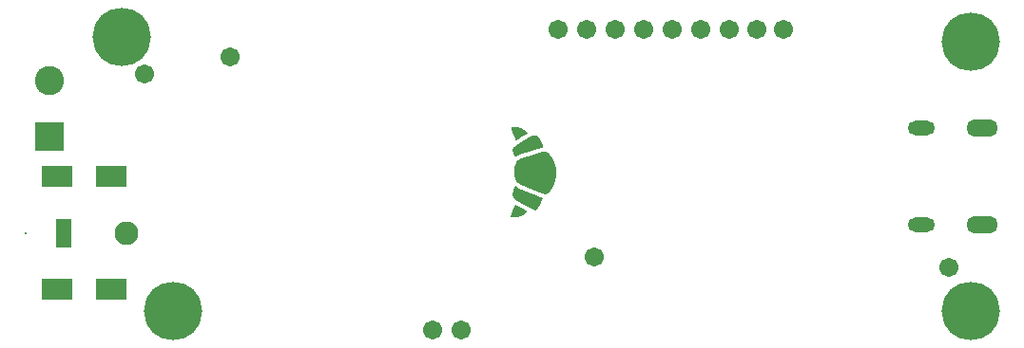
<source format=gbs>
G04*
G04 #@! TF.GenerationSoftware,Altium Limited,Altium Designer,20.1.14 (287)*
G04*
G04 Layer_Color=16711935*
%FSLAX25Y25*%
%MOIN*%
G70*
G04*
G04 #@! TF.SameCoordinates,5CC0788B-ACE4-4DC4-998A-98AA571F8A3E*
G04*
G04*
G04 #@! TF.FilePolarity,Negative*
G04*
G01*
G75*
%ADD73C,0.06706*%
%ADD74C,0.20485*%
%ADD75C,0.10249*%
%ADD76R,0.10249X0.10249*%
%ADD77C,0.08280*%
%ADD78R,0.10642X0.07493*%
%ADD79C,0.00800*%
%ADD80R,0.05524X0.10249*%
%ADD81O,0.09461X0.05131*%
%ADD82O,0.11036X0.05918*%
G36*
X182881Y76306D02*
X183495D01*
Y76238D01*
X183836D01*
Y76170D01*
X184109D01*
Y76102D01*
X184382D01*
Y76034D01*
X184587D01*
Y75965D01*
X184792D01*
Y75897D01*
X184929D01*
Y75829D01*
X185133D01*
Y75761D01*
X185270D01*
Y75692D01*
X185406D01*
Y75624D01*
X185543D01*
Y75556D01*
X185611D01*
Y75488D01*
X185748D01*
Y75419D01*
X185884D01*
Y75351D01*
X185952D01*
Y75283D01*
X186089D01*
Y75214D01*
X186157D01*
Y75146D01*
X186294D01*
Y75078D01*
X186362D01*
Y75010D01*
X186430D01*
Y74941D01*
X186498D01*
Y74873D01*
X186635D01*
Y74805D01*
X186703D01*
Y74737D01*
X186771D01*
Y74668D01*
X186840D01*
Y74600D01*
X186908D01*
Y74532D01*
X186976D01*
Y74464D01*
X187045D01*
Y74395D01*
X187113D01*
Y74327D01*
X187181D01*
Y74191D01*
X187249D01*
Y74122D01*
X187318D01*
Y74054D01*
X187181D01*
Y73986D01*
X187045D01*
Y73918D01*
X186908D01*
Y73849D01*
X186771D01*
Y73781D01*
X186635D01*
Y73713D01*
X186567D01*
Y73645D01*
X186430D01*
Y73576D01*
X186362D01*
Y73508D01*
X186225D01*
Y73440D01*
X186089D01*
Y73371D01*
X186021D01*
Y73303D01*
X185884D01*
Y73235D01*
X185748D01*
Y73167D01*
X185679D01*
Y73098D01*
X185543D01*
Y73030D01*
X185406D01*
Y72962D01*
X185338D01*
Y72894D01*
X185202D01*
Y72825D01*
X185065D01*
Y72757D01*
X184997D01*
Y72689D01*
X184860D01*
Y72621D01*
X184792D01*
Y72552D01*
X184655D01*
Y72484D01*
X184519D01*
Y72416D01*
X184451D01*
Y72348D01*
X184314D01*
Y72279D01*
X184246D01*
Y72211D01*
X184109D01*
Y72143D01*
X183973D01*
Y72075D01*
X183905D01*
Y72006D01*
X183768D01*
Y71938D01*
X183700D01*
Y71870D01*
X183563D01*
Y71802D01*
X183495D01*
Y71733D01*
X183359D01*
Y71665D01*
X183290D01*
Y71597D01*
X183154D01*
Y71665D01*
X183086D01*
Y71870D01*
X183017D01*
Y72006D01*
X182949D01*
Y72211D01*
X182881D01*
Y72348D01*
X182813D01*
Y72484D01*
X182744D01*
Y72689D01*
X182676D01*
Y72825D01*
X182608D01*
Y73030D01*
X182539D01*
Y73167D01*
X182471D01*
Y73371D01*
X182403D01*
Y73508D01*
X182335D01*
Y73645D01*
X182266D01*
Y73849D01*
X182198D01*
Y73986D01*
X182130D01*
Y74122D01*
X182062D01*
Y74327D01*
X181993D01*
Y74464D01*
X181925D01*
Y74668D01*
X181857D01*
Y74805D01*
X181789D01*
Y75010D01*
X181720D01*
Y75146D01*
X181652D01*
Y75351D01*
X181584D01*
Y75556D01*
X181516D01*
Y75761D01*
X181447D01*
Y76238D01*
X181652D01*
Y76306D01*
X182198D01*
Y76375D01*
X182881D01*
Y76306D01*
D02*
G37*
G36*
X190321Y73303D02*
X190457D01*
Y73235D01*
X190594D01*
Y73167D01*
X190730D01*
Y73098D01*
X190798D01*
Y73030D01*
X190867D01*
Y72962D01*
X190935D01*
Y72894D01*
X191003D01*
Y72825D01*
X191072D01*
Y72757D01*
X191140D01*
Y72689D01*
X191208D01*
Y72552D01*
X191276D01*
Y72484D01*
X191345D01*
Y72416D01*
X191413D01*
Y72279D01*
X191481D01*
Y72143D01*
X191549D01*
Y72075D01*
X191618D01*
Y71938D01*
X191686D01*
Y71802D01*
X191754D01*
Y71665D01*
X191822D01*
Y71529D01*
X191891D01*
Y71460D01*
X191959D01*
Y71256D01*
X192027D01*
Y71119D01*
X192095D01*
Y70982D01*
X192164D01*
Y70846D01*
X192232D01*
Y70710D01*
X192300D01*
Y70505D01*
X192368D01*
Y70368D01*
X192437D01*
Y70164D01*
X192505D01*
Y70027D01*
X192573D01*
Y69822D01*
X192641D01*
Y69686D01*
X192710D01*
Y69481D01*
X192778D01*
Y69276D01*
X192846D01*
Y69208D01*
X192641D01*
Y69140D01*
X192368D01*
Y69071D01*
X192095D01*
Y69003D01*
X191891D01*
Y68935D01*
X191686D01*
Y68867D01*
X191481D01*
Y68798D01*
X191276D01*
Y68730D01*
X191072D01*
Y68662D01*
X190867D01*
Y68594D01*
X190594D01*
Y68525D01*
X190389D01*
Y68457D01*
X190184D01*
Y68389D01*
X189980D01*
Y68321D01*
X189775D01*
Y68252D01*
X189502D01*
Y68184D01*
X189365D01*
Y68116D01*
X189092D01*
Y68047D01*
X188887D01*
Y67979D01*
X188683D01*
Y67911D01*
X188410D01*
Y67843D01*
X188273D01*
Y67774D01*
X188000D01*
Y67706D01*
X187795D01*
Y67638D01*
X187591D01*
Y67570D01*
X187318D01*
Y67501D01*
X187181D01*
Y67433D01*
X186908D01*
Y67365D01*
X186771D01*
Y67297D01*
X186498D01*
Y67228D01*
X186294D01*
Y67160D01*
X186089D01*
Y67092D01*
X185816D01*
Y67024D01*
X185679D01*
Y66955D01*
X185406D01*
Y66887D01*
X185202D01*
Y66819D01*
X184997D01*
Y66751D01*
X184792D01*
Y66682D01*
X184587D01*
Y66614D01*
X184382D01*
Y66546D01*
X184246D01*
Y66478D01*
X184109D01*
Y66409D01*
X183973D01*
Y66341D01*
X183836D01*
Y66273D01*
X183700D01*
Y66205D01*
X183563D01*
Y66136D01*
X183427D01*
Y66068D01*
X183359D01*
Y66000D01*
X183290D01*
Y65932D01*
X183154D01*
Y65863D01*
X183086D01*
Y65795D01*
X183017D01*
Y65727D01*
X182949D01*
Y65659D01*
X182881D01*
Y65795D01*
X182813D01*
Y65932D01*
X182744D01*
Y66136D01*
X182676D01*
Y66273D01*
X182608D01*
Y66409D01*
X182539D01*
Y66614D01*
X182471D01*
Y66751D01*
X182403D01*
Y66955D01*
X182335D01*
Y67092D01*
X182266D01*
Y67297D01*
X182198D01*
Y67501D01*
X182130D01*
Y67774D01*
X182062D01*
Y68662D01*
X182130D01*
Y68798D01*
X182198D01*
Y68935D01*
X182266D01*
Y69003D01*
X182335D01*
Y69071D01*
X182403D01*
Y69208D01*
X182471D01*
Y69276D01*
X182539D01*
Y69344D01*
X182608D01*
Y69413D01*
X182676D01*
Y69481D01*
X182813D01*
Y69549D01*
X182881D01*
Y69617D01*
X182949D01*
Y69686D01*
X183017D01*
Y69754D01*
X183154D01*
Y69822D01*
X183222D01*
Y69890D01*
X183290D01*
Y69959D01*
X183427D01*
Y70027D01*
X183495D01*
Y70095D01*
X183632D01*
Y70164D01*
X183700D01*
Y70232D01*
X183836D01*
Y70300D01*
X183905D01*
Y70368D01*
X184041D01*
Y70437D01*
X184109D01*
Y70505D01*
X184246D01*
Y70573D01*
X184314D01*
Y70641D01*
X184451D01*
Y70710D01*
X184519D01*
Y70778D01*
X184655D01*
Y70846D01*
X184724D01*
Y70914D01*
X184860D01*
Y70982D01*
X184997D01*
Y71051D01*
X185065D01*
Y71119D01*
X185202D01*
Y71187D01*
X185270D01*
Y71256D01*
X185406D01*
Y71324D01*
X185543D01*
Y71392D01*
X185611D01*
Y71460D01*
X185748D01*
Y71529D01*
X185884D01*
Y71597D01*
X185952D01*
Y71665D01*
X186089D01*
Y71733D01*
X186157D01*
Y71802D01*
X186294D01*
Y71870D01*
X186430D01*
Y71938D01*
X186498D01*
Y72006D01*
X186635D01*
Y72075D01*
X186771D01*
Y72143D01*
X186840D01*
Y72211D01*
X186976D01*
Y72279D01*
X187113D01*
Y72348D01*
X187181D01*
Y72416D01*
X187318D01*
Y72484D01*
X187386D01*
Y72552D01*
X187522D01*
Y72621D01*
X187659D01*
Y72689D01*
X187795D01*
Y72757D01*
X187932D01*
Y72825D01*
X188068D01*
Y72894D01*
X188273D01*
Y72962D01*
X188410D01*
Y73030D01*
X188546D01*
Y73098D01*
X188751D01*
Y73167D01*
X188956D01*
Y73235D01*
X189092D01*
Y73303D01*
X189365D01*
Y73371D01*
X190321D01*
Y73303D01*
D02*
G37*
G36*
X193461Y67706D02*
X193734D01*
Y67638D01*
X193870D01*
Y67570D01*
X194007D01*
Y67501D01*
X194075D01*
Y67433D01*
X194211D01*
Y67365D01*
X194280D01*
Y67297D01*
X194348D01*
Y67228D01*
X194484D01*
Y67160D01*
X194553D01*
Y67092D01*
X194621D01*
Y67024D01*
X194689D01*
Y66955D01*
X194757D01*
Y66887D01*
X194826D01*
Y66751D01*
X194894D01*
Y66682D01*
X194962D01*
Y66614D01*
X195030D01*
Y66546D01*
X195099D01*
Y66478D01*
X195167D01*
Y66341D01*
X195235D01*
Y66273D01*
X195303D01*
Y66205D01*
X195372D01*
Y66068D01*
X195440D01*
Y66000D01*
X195508D01*
Y65863D01*
X195577D01*
Y65795D01*
X195645D01*
Y65659D01*
X195713D01*
Y65590D01*
X195781D01*
Y65454D01*
X195850D01*
Y65317D01*
X195918D01*
Y65249D01*
X195986D01*
Y65113D01*
X196054D01*
Y64976D01*
X196123D01*
Y64840D01*
X196191D01*
Y64703D01*
X196259D01*
Y64566D01*
X196327D01*
Y64430D01*
X196396D01*
Y64293D01*
X196464D01*
Y64089D01*
X196532D01*
Y63952D01*
X196600D01*
Y63816D01*
X196669D01*
Y63611D01*
X196737D01*
Y63406D01*
X196805D01*
Y63201D01*
X196873D01*
Y62997D01*
X196942D01*
Y62792D01*
X197010D01*
Y62450D01*
X197078D01*
Y62246D01*
X197146D01*
Y61836D01*
X197215D01*
Y61563D01*
X197283D01*
Y60744D01*
X197351D01*
Y59789D01*
X197283D01*
Y58969D01*
X197215D01*
Y58628D01*
X197146D01*
Y58219D01*
X197078D01*
Y58014D01*
X197010D01*
Y57673D01*
X196942D01*
Y57468D01*
X196873D01*
Y57195D01*
X196805D01*
Y56990D01*
X196737D01*
Y56785D01*
X196669D01*
Y56581D01*
X196600D01*
Y56444D01*
X196532D01*
Y56239D01*
X196464D01*
Y56034D01*
X196396D01*
Y55898D01*
X196327D01*
Y55761D01*
X196259D01*
Y55625D01*
X196191D01*
Y55488D01*
X196123D01*
Y55352D01*
X196054D01*
Y55215D01*
X195986D01*
Y55079D01*
X195918D01*
Y54942D01*
X195850D01*
Y54806D01*
X195781D01*
Y54738D01*
X195713D01*
Y54601D01*
X195645D01*
Y54465D01*
X195577D01*
Y54396D01*
X195508D01*
Y54260D01*
X195440D01*
Y54191D01*
X195372D01*
Y54055D01*
X195303D01*
Y53987D01*
X195235D01*
Y53918D01*
X195167D01*
Y53782D01*
X195099D01*
Y53714D01*
X195030D01*
Y53645D01*
X194962D01*
Y53577D01*
X194894D01*
Y53509D01*
X194826D01*
Y53441D01*
X194757D01*
Y53372D01*
X194689D01*
Y53304D01*
X194621D01*
Y53236D01*
X194553D01*
Y53168D01*
X194484D01*
Y53099D01*
X194348D01*
Y53031D01*
X194280D01*
Y52963D01*
X194143D01*
Y52895D01*
X194007D01*
Y52826D01*
X193802D01*
Y52758D01*
X192983D01*
Y52826D01*
X192778D01*
Y52895D01*
X192505D01*
Y52963D01*
X192300D01*
Y53031D01*
X192164D01*
Y53099D01*
X191959D01*
Y53168D01*
X191822D01*
Y53236D01*
X191618D01*
Y53304D01*
X191481D01*
Y53372D01*
X191276D01*
Y53441D01*
X191072D01*
Y53509D01*
X190935D01*
Y53577D01*
X190730D01*
Y53645D01*
X190594D01*
Y53714D01*
X190457D01*
Y53782D01*
X190252D01*
Y53850D01*
X190116D01*
Y53918D01*
X189911D01*
Y53987D01*
X189775D01*
Y54055D01*
X189570D01*
Y54123D01*
X189433D01*
Y54191D01*
X189229D01*
Y54260D01*
X189092D01*
Y54328D01*
X188887D01*
Y54396D01*
X188751D01*
Y54465D01*
X188614D01*
Y54533D01*
X188410D01*
Y54601D01*
X188205D01*
Y54669D01*
X188068D01*
Y54738D01*
X187864D01*
Y54806D01*
X187727D01*
Y54874D01*
X187522D01*
Y54942D01*
X187386D01*
Y55011D01*
X187181D01*
Y55079D01*
X187045D01*
Y55147D01*
X186840D01*
Y55215D01*
X186703D01*
Y55284D01*
X186567D01*
Y55352D01*
X186362D01*
Y55420D01*
X186157D01*
Y55488D01*
X186021D01*
Y55557D01*
X185816D01*
Y55625D01*
X185679D01*
Y55693D01*
X185543D01*
Y55761D01*
X185406D01*
Y55830D01*
X185202D01*
Y55898D01*
X185065D01*
Y55966D01*
X184929D01*
Y56034D01*
X184792D01*
Y56103D01*
X184655D01*
Y56171D01*
X184587D01*
Y56239D01*
X184451D01*
Y56307D01*
X184314D01*
Y56376D01*
X184246D01*
Y56444D01*
X184109D01*
Y56512D01*
X184041D01*
Y56581D01*
X183973D01*
Y56649D01*
X183905D01*
Y56717D01*
X183836D01*
Y56785D01*
X183768D01*
Y56853D01*
X183700D01*
Y56922D01*
X183632D01*
Y56990D01*
X183563D01*
Y57058D01*
X183495D01*
Y57126D01*
X183427D01*
Y57195D01*
X183359D01*
Y57331D01*
X183290D01*
Y57468D01*
X183222D01*
Y57536D01*
X183154D01*
Y57673D01*
X183086D01*
Y57809D01*
X183017D01*
Y57946D01*
X182949D01*
Y58150D01*
X182881D01*
Y58355D01*
X182813D01*
Y58492D01*
X182744D01*
Y58765D01*
X182676D01*
Y59038D01*
X182608D01*
Y59447D01*
X182539D01*
Y60335D01*
X182471D01*
Y60539D01*
X182539D01*
Y61495D01*
X182608D01*
Y61973D01*
X182676D01*
Y62177D01*
X182744D01*
Y62519D01*
X182813D01*
Y62723D01*
X182881D01*
Y62928D01*
X182949D01*
Y63133D01*
X183017D01*
Y63338D01*
X183086D01*
Y63474D01*
X183154D01*
Y63611D01*
X183222D01*
Y63747D01*
X183290D01*
Y63884D01*
X183359D01*
Y64020D01*
X183427D01*
Y64157D01*
X183495D01*
Y64225D01*
X183563D01*
Y64293D01*
X183632D01*
Y64430D01*
X183700D01*
Y64498D01*
X183768D01*
Y64566D01*
X183836D01*
Y64635D01*
X183905D01*
Y64703D01*
X184041D01*
Y64771D01*
X184109D01*
Y64840D01*
X184178D01*
Y64908D01*
X184314D01*
Y64976D01*
X184451D01*
Y65044D01*
X184587D01*
Y65113D01*
X184724D01*
Y65181D01*
X184860D01*
Y65249D01*
X185065D01*
Y65317D01*
X185202D01*
Y65386D01*
X185406D01*
Y65454D01*
X185679D01*
Y65522D01*
X185884D01*
Y65590D01*
X186089D01*
Y65659D01*
X186294D01*
Y65727D01*
X186498D01*
Y65795D01*
X186703D01*
Y65863D01*
X186976D01*
Y65932D01*
X187181D01*
Y66000D01*
X187386D01*
Y66068D01*
X187659D01*
Y66136D01*
X187864D01*
Y66205D01*
X188068D01*
Y66273D01*
X188273D01*
Y66341D01*
X188478D01*
Y66409D01*
X188683D01*
Y66478D01*
X188956D01*
Y66546D01*
X189160D01*
Y66614D01*
X189365D01*
Y66682D01*
X189570D01*
Y66751D01*
X189775D01*
Y66819D01*
X189980D01*
Y66887D01*
X190252D01*
Y66955D01*
X190457D01*
Y67024D01*
X190662D01*
Y67092D01*
X190867D01*
Y67160D01*
X191072D01*
Y67228D01*
X191276D01*
Y67297D01*
X191549D01*
Y67365D01*
X191754D01*
Y67433D01*
X191959D01*
Y67501D01*
X192164D01*
Y67570D01*
X192300D01*
Y67638D01*
X192573D01*
Y67706D01*
X192846D01*
Y67774D01*
X193461D01*
Y67706D01*
D02*
G37*
G36*
X182949Y55557D02*
X183017D01*
Y55488D01*
X183154D01*
Y55420D01*
X183222D01*
Y55352D01*
X183290D01*
Y55284D01*
X183359D01*
Y55215D01*
X183495D01*
Y55147D01*
X183563D01*
Y55079D01*
X183700D01*
Y55011D01*
X183768D01*
Y54942D01*
X183905D01*
Y54874D01*
X184041D01*
Y54806D01*
X184178D01*
Y54738D01*
X184314D01*
Y54669D01*
X184451D01*
Y54601D01*
X184587D01*
Y54533D01*
X184724D01*
Y54465D01*
X184860D01*
Y54396D01*
X185065D01*
Y54328D01*
X185202D01*
Y54260D01*
X185338D01*
Y54191D01*
X185543D01*
Y54123D01*
X185679D01*
Y54055D01*
X185884D01*
Y53987D01*
X186021D01*
Y53918D01*
X186225D01*
Y53850D01*
X186362D01*
Y53782D01*
X186567D01*
Y53714D01*
X186703D01*
Y53645D01*
X186908D01*
Y53577D01*
X187045D01*
Y53509D01*
X187249D01*
Y53441D01*
X187386D01*
Y53372D01*
X187591D01*
Y53304D01*
X187727D01*
Y53236D01*
X187932D01*
Y53168D01*
X188068D01*
Y53099D01*
X188273D01*
Y53031D01*
X188410D01*
Y52963D01*
X188614D01*
Y52895D01*
X188751D01*
Y52826D01*
X188887D01*
Y52758D01*
X189092D01*
Y52690D01*
X189297D01*
Y52622D01*
X189433D01*
Y52553D01*
X189570D01*
Y52485D01*
X189775D01*
Y52417D01*
X189911D01*
Y52349D01*
X190116D01*
Y52280D01*
X190252D01*
Y52212D01*
X190457D01*
Y52144D01*
X190594D01*
Y52076D01*
X190798D01*
Y52007D01*
X190935D01*
Y51939D01*
X191140D01*
Y51871D01*
X191276D01*
Y51802D01*
X191481D01*
Y51734D01*
X191618D01*
Y51666D01*
X191822D01*
Y51598D01*
X192027D01*
Y51530D01*
X192232D01*
Y51461D01*
X192437D01*
Y51393D01*
X192573D01*
Y51188D01*
X192505D01*
Y51052D01*
X192437D01*
Y50847D01*
X192368D01*
Y50710D01*
X192300D01*
Y50574D01*
X192232D01*
Y50369D01*
X192164D01*
Y50233D01*
X192095D01*
Y50028D01*
X192027D01*
Y49960D01*
X191959D01*
Y49755D01*
X191891D01*
Y49618D01*
X191822D01*
Y49482D01*
X191754D01*
Y49345D01*
X191686D01*
Y49209D01*
X191618D01*
Y49004D01*
X191549D01*
Y48936D01*
X191481D01*
Y48799D01*
X191413D01*
Y48663D01*
X191345D01*
Y48526D01*
X191276D01*
Y48390D01*
X191208D01*
Y48322D01*
X191140D01*
Y48185D01*
X191072D01*
Y48048D01*
X191003D01*
Y47980D01*
X190935D01*
Y47844D01*
X190867D01*
Y47775D01*
X190798D01*
Y47639D01*
X190730D01*
Y47571D01*
X190662D01*
Y47502D01*
X190594D01*
Y47434D01*
X190525D01*
Y47366D01*
X190457D01*
Y47298D01*
X190389D01*
Y47229D01*
X190252D01*
Y47161D01*
X190116D01*
Y47093D01*
X189570D01*
Y47161D01*
X189433D01*
Y47229D01*
X189229D01*
Y47298D01*
X189092D01*
Y47366D01*
X188956D01*
Y47434D01*
X188819D01*
Y47502D01*
X188683D01*
Y47571D01*
X188546D01*
Y47639D01*
X188478D01*
Y47707D01*
X188341D01*
Y47775D01*
X188205D01*
Y47844D01*
X188068D01*
Y47912D01*
X187932D01*
Y47980D01*
X187864D01*
Y48048D01*
X187727D01*
Y48117D01*
X187591D01*
Y48185D01*
X187454D01*
Y48253D01*
X187318D01*
Y48322D01*
X187181D01*
Y48390D01*
X187045D01*
Y48458D01*
X186976D01*
Y48526D01*
X186840D01*
Y48594D01*
X186703D01*
Y48663D01*
X186567D01*
Y48731D01*
X186430D01*
Y48799D01*
X186362D01*
Y48867D01*
X186225D01*
Y48936D01*
X186089D01*
Y49004D01*
X185952D01*
Y49072D01*
X185816D01*
Y49141D01*
X185748D01*
Y49209D01*
X185611D01*
Y49277D01*
X185475D01*
Y49345D01*
X185338D01*
Y49414D01*
X185202D01*
Y49482D01*
X185065D01*
Y49550D01*
X184929D01*
Y49618D01*
X184860D01*
Y49687D01*
X184724D01*
Y49755D01*
X184587D01*
Y49823D01*
X184451D01*
Y49891D01*
X184314D01*
Y49960D01*
X184246D01*
Y50028D01*
X184109D01*
Y50096D01*
X183973D01*
Y50164D01*
X183836D01*
Y50233D01*
X183700D01*
Y50301D01*
X183632D01*
Y50369D01*
X183563D01*
Y50437D01*
X183427D01*
Y50506D01*
X183359D01*
Y50574D01*
X183290D01*
Y50642D01*
X183222D01*
Y50710D01*
X183086D01*
Y50779D01*
X183017D01*
Y50847D01*
X182949D01*
Y50915D01*
X182881D01*
Y50983D01*
X182813D01*
Y51052D01*
X182744D01*
Y51120D01*
X182676D01*
Y51188D01*
X182608D01*
Y51257D01*
X182539D01*
Y51325D01*
X182471D01*
Y51393D01*
X182403D01*
Y51461D01*
X182335D01*
Y51598D01*
X182266D01*
Y51666D01*
X182198D01*
Y51802D01*
X182130D01*
Y51939D01*
X182062D01*
Y52144D01*
X181993D01*
Y53099D01*
X182062D01*
Y53441D01*
X182130D01*
Y53714D01*
X182198D01*
Y53918D01*
X182266D01*
Y54191D01*
X182335D01*
Y54328D01*
X182403D01*
Y54533D01*
X182471D01*
Y54738D01*
X182539D01*
Y54874D01*
X182608D01*
Y55079D01*
X182676D01*
Y55215D01*
X182744D01*
Y55420D01*
X182813D01*
Y55557D01*
X182881D01*
Y55625D01*
X182949D01*
Y55557D01*
D02*
G37*
G36*
Y49004D02*
X183086D01*
Y48936D01*
X183222D01*
Y48867D01*
X183359D01*
Y48799D01*
X183427D01*
Y48731D01*
X183563D01*
Y48663D01*
X183700D01*
Y48594D01*
X183836D01*
Y48526D01*
X183973D01*
Y48458D01*
X184041D01*
Y48390D01*
X184178D01*
Y48322D01*
X184314D01*
Y48253D01*
X184451D01*
Y48185D01*
X184587D01*
Y48117D01*
X184724D01*
Y48048D01*
X184792D01*
Y47980D01*
X184929D01*
Y47912D01*
X185065D01*
Y47844D01*
X185202D01*
Y47775D01*
X185338D01*
Y47707D01*
X185475D01*
Y47639D01*
X185543D01*
Y47571D01*
X185679D01*
Y47502D01*
X185816D01*
Y47434D01*
X185952D01*
Y47366D01*
X186089D01*
Y47298D01*
X186157D01*
Y47229D01*
X186294D01*
Y47161D01*
X186430D01*
Y47093D01*
X186567D01*
Y47025D01*
X186703D01*
Y46956D01*
X186840D01*
Y46888D01*
X186908D01*
Y46820D01*
X187045D01*
Y46752D01*
X187181D01*
Y46683D01*
X187113D01*
Y46615D01*
X187045D01*
Y46479D01*
X186908D01*
Y46342D01*
X186840D01*
Y46274D01*
X186771D01*
Y46205D01*
X186703D01*
Y46137D01*
X186567D01*
Y46069D01*
X186498D01*
Y46001D01*
X186430D01*
Y45932D01*
X186362D01*
Y45864D01*
X186294D01*
Y45796D01*
X186157D01*
Y45728D01*
X186089D01*
Y45660D01*
X186021D01*
Y45591D01*
X185884D01*
Y45523D01*
X185816D01*
Y45455D01*
X185679D01*
Y45386D01*
X185543D01*
Y45318D01*
X185406D01*
Y45250D01*
X185270D01*
Y45182D01*
X185133D01*
Y45113D01*
X184997D01*
Y45045D01*
X184860D01*
Y44977D01*
X184655D01*
Y44909D01*
X184451D01*
Y44840D01*
X184246D01*
Y44772D01*
X183905D01*
Y44704D01*
X183632D01*
Y44636D01*
X183017D01*
Y44567D01*
X182062D01*
Y44636D01*
X181584D01*
Y44704D01*
X181379D01*
Y44772D01*
X181243D01*
Y44977D01*
X181311D01*
Y45250D01*
X181379D01*
Y45455D01*
X181447D01*
Y45660D01*
X181516D01*
Y45864D01*
X181584D01*
Y46001D01*
X181652D01*
Y46205D01*
X181720D01*
Y46342D01*
X181789D01*
Y46547D01*
X181857D01*
Y46683D01*
X181925D01*
Y46820D01*
X181993D01*
Y47025D01*
X182062D01*
Y47161D01*
X182130D01*
Y47298D01*
X182198D01*
Y47502D01*
X182266D01*
Y47639D01*
X182335D01*
Y47775D01*
X182403D01*
Y47980D01*
X182471D01*
Y48117D01*
X182539D01*
Y48322D01*
X182608D01*
Y48458D01*
X182676D01*
Y48594D01*
X182744D01*
Y48799D01*
X182813D01*
Y48936D01*
X182881D01*
Y49072D01*
X182949D01*
Y49004D01*
D02*
G37*
D73*
X154000Y5000D02*
D03*
X258000Y110500D02*
D03*
X83000Y101000D02*
D03*
X335000Y27000D02*
D03*
X164000Y5000D02*
D03*
X53000Y95000D02*
D03*
X210673Y30673D02*
D03*
X198000Y110500D02*
D03*
X208000D02*
D03*
X218000D02*
D03*
X277000D02*
D03*
X267500D02*
D03*
X248000D02*
D03*
X238000D02*
D03*
X228000D02*
D03*
D74*
X342520Y11811D02*
D03*
Y106299D02*
D03*
X62992Y11811D02*
D03*
X45000Y108000D02*
D03*
D75*
X19685Y92520D02*
D03*
D76*
Y72835D02*
D03*
D77*
X46654Y39114D02*
D03*
D78*
X41142Y59055D02*
D03*
X22244D02*
D03*
X41142Y19173D02*
D03*
X22244D02*
D03*
D79*
X11220Y39114D02*
D03*
D80*
X24606D02*
D03*
D81*
X325354Y42047D02*
D03*
Y76063D02*
D03*
D82*
X346457Y42047D02*
D03*
Y76063D02*
D03*
M02*

</source>
